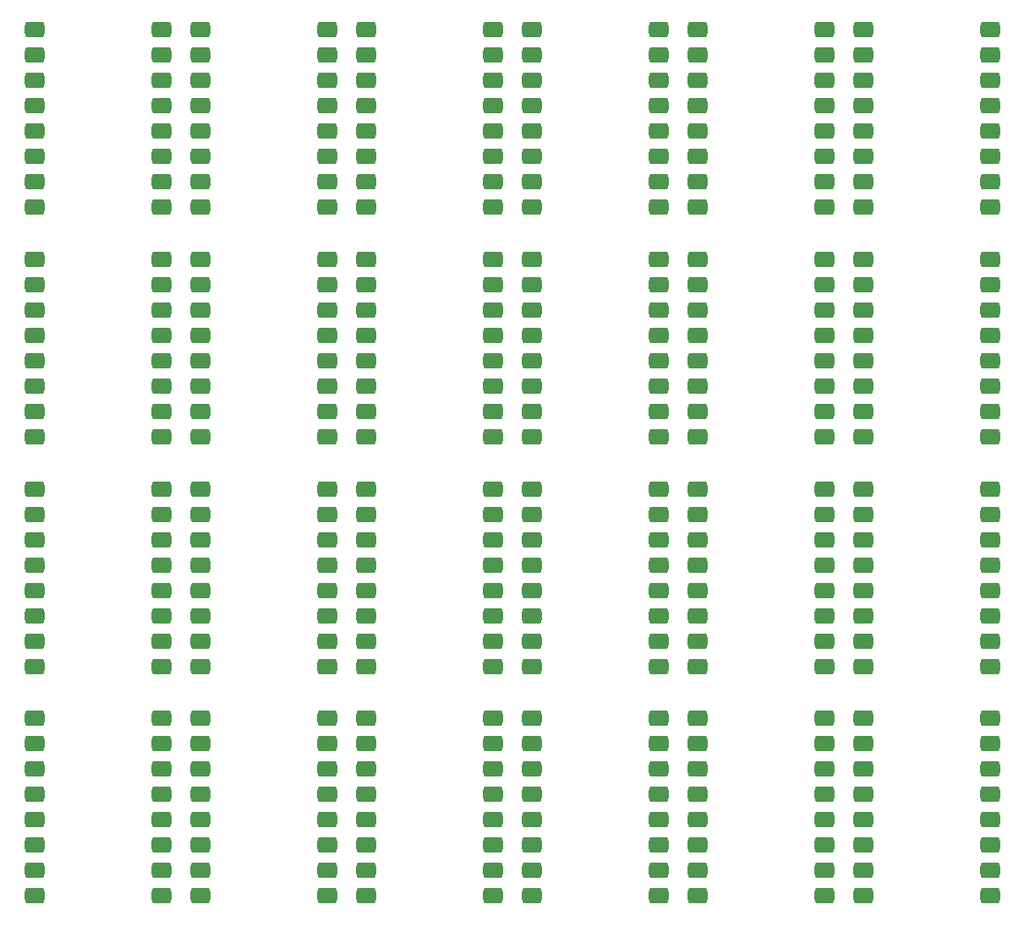
<source format=gbr>
%TF.GenerationSoftware,KiCad,Pcbnew,(6.0.5)*%
%TF.CreationDate,2022-06-29T09:08:07+08:00*%
%TF.ProjectId,TMC2209,544d4332-3230-4392-9e6b-696361645f70,rev?*%
%TF.SameCoordinates,Original*%
%TF.FileFunction,Soldermask,Bot*%
%TF.FilePolarity,Negative*%
%FSLAX46Y46*%
G04 Gerber Fmt 4.6, Leading zero omitted, Abs format (unit mm)*
G04 Created by KiCad (PCBNEW (6.0.5)) date 2022-06-29 09:08:07*
%MOMM*%
%LPD*%
G01*
G04 APERTURE LIST*
G04 Aperture macros list*
%AMRoundRect*
0 Rectangle with rounded corners*
0 $1 Rounding radius*
0 $2 $3 $4 $5 $6 $7 $8 $9 X,Y pos of 4 corners*
0 Add a 4 corners polygon primitive as box body*
4,1,4,$2,$3,$4,$5,$6,$7,$8,$9,$2,$3,0*
0 Add four circle primitives for the rounded corners*
1,1,$1+$1,$2,$3*
1,1,$1+$1,$4,$5*
1,1,$1+$1,$6,$7*
1,1,$1+$1,$8,$9*
0 Add four rect primitives between the rounded corners*
20,1,$1+$1,$2,$3,$4,$5,0*
20,1,$1+$1,$4,$5,$6,$7,0*
20,1,$1+$1,$6,$7,$8,$9,0*
20,1,$1+$1,$8,$9,$2,$3,0*%
G04 Aperture macros list end*
%ADD10RoundRect,0.400000X0.600000X0.400000X-0.600000X0.400000X-0.600000X-0.400000X0.600000X-0.400000X0*%
G04 APERTURE END LIST*
D10*
%TO.C,J48*%
X168090000Y-138850000D03*
X168090000Y-136310000D03*
X168090000Y-133770000D03*
X168090000Y-131230000D03*
X168090000Y-128690000D03*
X168090000Y-126150000D03*
X168090000Y-123610000D03*
X168090000Y-121070000D03*
%TD*%
%TO.C,J47*%
X180790000Y-138850000D03*
X180790000Y-136310000D03*
X180790000Y-133770000D03*
X180790000Y-131230000D03*
X180790000Y-128690000D03*
X180790000Y-126150000D03*
X180790000Y-123610000D03*
X180790000Y-121070000D03*
%TD*%
%TO.C,J46*%
X151490000Y-138850000D03*
X151490000Y-136310000D03*
X151490000Y-133770000D03*
X151490000Y-131230000D03*
X151490000Y-128690000D03*
X151490000Y-126150000D03*
X151490000Y-123610000D03*
X151490000Y-121070000D03*
%TD*%
%TO.C,J45*%
X164190000Y-138850000D03*
X164190000Y-136310000D03*
X164190000Y-133770000D03*
X164190000Y-131230000D03*
X164190000Y-128690000D03*
X164190000Y-126150000D03*
X164190000Y-123610000D03*
X164190000Y-121070000D03*
%TD*%
%TO.C,J44*%
X134890000Y-138850000D03*
X134890000Y-136310000D03*
X134890000Y-133770000D03*
X134890000Y-131230000D03*
X134890000Y-128690000D03*
X134890000Y-126150000D03*
X134890000Y-123610000D03*
X134890000Y-121070000D03*
%TD*%
%TO.C,J43*%
X147590000Y-138850000D03*
X147590000Y-136310000D03*
X147590000Y-133770000D03*
X147590000Y-131230000D03*
X147590000Y-128690000D03*
X147590000Y-126150000D03*
X147590000Y-123610000D03*
X147590000Y-121070000D03*
%TD*%
%TO.C,J42*%
X118290000Y-138850000D03*
X118290000Y-136310000D03*
X118290000Y-133770000D03*
X118290000Y-131230000D03*
X118290000Y-128690000D03*
X118290000Y-126150000D03*
X118290000Y-123610000D03*
X118290000Y-121070000D03*
%TD*%
%TO.C,J41*%
X130990000Y-138850000D03*
X130990000Y-136310000D03*
X130990000Y-133770000D03*
X130990000Y-131230000D03*
X130990000Y-128690000D03*
X130990000Y-126150000D03*
X130990000Y-123610000D03*
X130990000Y-121070000D03*
%TD*%
%TO.C,J40*%
X101690000Y-138850000D03*
X101690000Y-136310000D03*
X101690000Y-133770000D03*
X101690000Y-131230000D03*
X101690000Y-128690000D03*
X101690000Y-126150000D03*
X101690000Y-123610000D03*
X101690000Y-121070000D03*
%TD*%
%TO.C,J39*%
X114390000Y-138850000D03*
X114390000Y-136310000D03*
X114390000Y-133770000D03*
X114390000Y-131230000D03*
X114390000Y-128690000D03*
X114390000Y-126150000D03*
X114390000Y-123610000D03*
X114390000Y-121070000D03*
%TD*%
%TO.C,J38*%
X85090000Y-138850000D03*
X85090000Y-136310000D03*
X85090000Y-133770000D03*
X85090000Y-131230000D03*
X85090000Y-128690000D03*
X85090000Y-126150000D03*
X85090000Y-123610000D03*
X85090000Y-121070000D03*
%TD*%
%TO.C,J37*%
X97790000Y-138850000D03*
X97790000Y-136310000D03*
X97790000Y-133770000D03*
X97790000Y-131230000D03*
X97790000Y-128690000D03*
X97790000Y-126150000D03*
X97790000Y-123610000D03*
X97790000Y-121070000D03*
%TD*%
%TO.C,J36*%
X168090000Y-115850000D03*
X168090000Y-113310000D03*
X168090000Y-110770000D03*
X168090000Y-108230000D03*
X168090000Y-105690000D03*
X168090000Y-103150000D03*
X168090000Y-100610000D03*
X168090000Y-98070000D03*
%TD*%
%TO.C,J35*%
X180790000Y-115850000D03*
X180790000Y-113310000D03*
X180790000Y-110770000D03*
X180790000Y-108230000D03*
X180790000Y-105690000D03*
X180790000Y-103150000D03*
X180790000Y-100610000D03*
X180790000Y-98070000D03*
%TD*%
%TO.C,J34*%
X151490000Y-115850000D03*
X151490000Y-113310000D03*
X151490000Y-110770000D03*
X151490000Y-108230000D03*
X151490000Y-105690000D03*
X151490000Y-103150000D03*
X151490000Y-100610000D03*
X151490000Y-98070000D03*
%TD*%
%TO.C,J33*%
X164190000Y-115850000D03*
X164190000Y-113310000D03*
X164190000Y-110770000D03*
X164190000Y-108230000D03*
X164190000Y-105690000D03*
X164190000Y-103150000D03*
X164190000Y-100610000D03*
X164190000Y-98070000D03*
%TD*%
%TO.C,J32*%
X134890000Y-115850000D03*
X134890000Y-113310000D03*
X134890000Y-110770000D03*
X134890000Y-108230000D03*
X134890000Y-105690000D03*
X134890000Y-103150000D03*
X134890000Y-100610000D03*
X134890000Y-98070000D03*
%TD*%
%TO.C,J31*%
X147590000Y-115850000D03*
X147590000Y-113310000D03*
X147590000Y-110770000D03*
X147590000Y-108230000D03*
X147590000Y-105690000D03*
X147590000Y-103150000D03*
X147590000Y-100610000D03*
X147590000Y-98070000D03*
%TD*%
%TO.C,J30*%
X118290000Y-115850000D03*
X118290000Y-113310000D03*
X118290000Y-110770000D03*
X118290000Y-108230000D03*
X118290000Y-105690000D03*
X118290000Y-103150000D03*
X118290000Y-100610000D03*
X118290000Y-98070000D03*
%TD*%
%TO.C,J29*%
X130990000Y-115850000D03*
X130990000Y-113310000D03*
X130990000Y-110770000D03*
X130990000Y-108230000D03*
X130990000Y-105690000D03*
X130990000Y-103150000D03*
X130990000Y-100610000D03*
X130990000Y-98070000D03*
%TD*%
%TO.C,J28*%
X101690000Y-115850000D03*
X101690000Y-113310000D03*
X101690000Y-110770000D03*
X101690000Y-108230000D03*
X101690000Y-105690000D03*
X101690000Y-103150000D03*
X101690000Y-100610000D03*
X101690000Y-98070000D03*
%TD*%
%TO.C,J27*%
X114390000Y-115850000D03*
X114390000Y-113310000D03*
X114390000Y-110770000D03*
X114390000Y-108230000D03*
X114390000Y-105690000D03*
X114390000Y-103150000D03*
X114390000Y-100610000D03*
X114390000Y-98070000D03*
%TD*%
%TO.C,J26*%
X85090000Y-115850000D03*
X85090000Y-113310000D03*
X85090000Y-110770000D03*
X85090000Y-108230000D03*
X85090000Y-105690000D03*
X85090000Y-103150000D03*
X85090000Y-100610000D03*
X85090000Y-98070000D03*
%TD*%
%TO.C,J25*%
X97790000Y-115850000D03*
X97790000Y-113310000D03*
X97790000Y-110770000D03*
X97790000Y-108230000D03*
X97790000Y-105690000D03*
X97790000Y-103150000D03*
X97790000Y-100610000D03*
X97790000Y-98070000D03*
%TD*%
%TO.C,J24*%
X168090000Y-92850000D03*
X168090000Y-90310000D03*
X168090000Y-87770000D03*
X168090000Y-85230000D03*
X168090000Y-82690000D03*
X168090000Y-80150000D03*
X168090000Y-77610000D03*
X168090000Y-75070000D03*
%TD*%
%TO.C,J23*%
X180790000Y-92850000D03*
X180790000Y-90310000D03*
X180790000Y-87770000D03*
X180790000Y-85230000D03*
X180790000Y-82690000D03*
X180790000Y-80150000D03*
X180790000Y-77610000D03*
X180790000Y-75070000D03*
%TD*%
%TO.C,J22*%
X151490000Y-92850000D03*
X151490000Y-90310000D03*
X151490000Y-87770000D03*
X151490000Y-85230000D03*
X151490000Y-82690000D03*
X151490000Y-80150000D03*
X151490000Y-77610000D03*
X151490000Y-75070000D03*
%TD*%
%TO.C,J21*%
X164190000Y-92850000D03*
X164190000Y-90310000D03*
X164190000Y-87770000D03*
X164190000Y-85230000D03*
X164190000Y-82690000D03*
X164190000Y-80150000D03*
X164190000Y-77610000D03*
X164190000Y-75070000D03*
%TD*%
%TO.C,J20*%
X134890000Y-92850000D03*
X134890000Y-90310000D03*
X134890000Y-87770000D03*
X134890000Y-85230000D03*
X134890000Y-82690000D03*
X134890000Y-80150000D03*
X134890000Y-77610000D03*
X134890000Y-75070000D03*
%TD*%
%TO.C,J19*%
X147590000Y-92850000D03*
X147590000Y-90310000D03*
X147590000Y-87770000D03*
X147590000Y-85230000D03*
X147590000Y-82690000D03*
X147590000Y-80150000D03*
X147590000Y-77610000D03*
X147590000Y-75070000D03*
%TD*%
%TO.C,J18*%
X118290000Y-92850000D03*
X118290000Y-90310000D03*
X118290000Y-87770000D03*
X118290000Y-85230000D03*
X118290000Y-82690000D03*
X118290000Y-80150000D03*
X118290000Y-77610000D03*
X118290000Y-75070000D03*
%TD*%
%TO.C,J17*%
X130990000Y-92850000D03*
X130990000Y-90310000D03*
X130990000Y-87770000D03*
X130990000Y-85230000D03*
X130990000Y-82690000D03*
X130990000Y-80150000D03*
X130990000Y-77610000D03*
X130990000Y-75070000D03*
%TD*%
%TO.C,J16*%
X101690000Y-92850000D03*
X101690000Y-90310000D03*
X101690000Y-87770000D03*
X101690000Y-85230000D03*
X101690000Y-82690000D03*
X101690000Y-80150000D03*
X101690000Y-77610000D03*
X101690000Y-75070000D03*
%TD*%
%TO.C,J15*%
X114390000Y-92850000D03*
X114390000Y-90310000D03*
X114390000Y-87770000D03*
X114390000Y-85230000D03*
X114390000Y-82690000D03*
X114390000Y-80150000D03*
X114390000Y-77610000D03*
X114390000Y-75070000D03*
%TD*%
%TO.C,J14*%
X85090000Y-92850000D03*
X85090000Y-90310000D03*
X85090000Y-87770000D03*
X85090000Y-85230000D03*
X85090000Y-82690000D03*
X85090000Y-80150000D03*
X85090000Y-77610000D03*
X85090000Y-75070000D03*
%TD*%
%TO.C,J13*%
X97790000Y-92850000D03*
X97790000Y-90310000D03*
X97790000Y-87770000D03*
X97790000Y-85230000D03*
X97790000Y-82690000D03*
X97790000Y-80150000D03*
X97790000Y-77610000D03*
X97790000Y-75070000D03*
%TD*%
%TO.C,J12*%
X168090000Y-69850000D03*
X168090000Y-67310000D03*
X168090000Y-64770000D03*
X168090000Y-62230000D03*
X168090000Y-59690000D03*
X168090000Y-57150000D03*
X168090000Y-54610000D03*
X168090000Y-52070000D03*
%TD*%
%TO.C,J11*%
X180790000Y-69850000D03*
X180790000Y-67310000D03*
X180790000Y-64770000D03*
X180790000Y-62230000D03*
X180790000Y-59690000D03*
X180790000Y-57150000D03*
X180790000Y-54610000D03*
X180790000Y-52070000D03*
%TD*%
%TO.C,J10*%
X151490000Y-69850000D03*
X151490000Y-67310000D03*
X151490000Y-64770000D03*
X151490000Y-62230000D03*
X151490000Y-59690000D03*
X151490000Y-57150000D03*
X151490000Y-54610000D03*
X151490000Y-52070000D03*
%TD*%
%TO.C,J9*%
X164190000Y-69850000D03*
X164190000Y-67310000D03*
X164190000Y-64770000D03*
X164190000Y-62230000D03*
X164190000Y-59690000D03*
X164190000Y-57150000D03*
X164190000Y-54610000D03*
X164190000Y-52070000D03*
%TD*%
%TO.C,J8*%
X134890000Y-69850000D03*
X134890000Y-67310000D03*
X134890000Y-64770000D03*
X134890000Y-62230000D03*
X134890000Y-59690000D03*
X134890000Y-57150000D03*
X134890000Y-54610000D03*
X134890000Y-52070000D03*
%TD*%
%TO.C,J7*%
X147590000Y-69850000D03*
X147590000Y-67310000D03*
X147590000Y-64770000D03*
X147590000Y-62230000D03*
X147590000Y-59690000D03*
X147590000Y-57150000D03*
X147590000Y-54610000D03*
X147590000Y-52070000D03*
%TD*%
%TO.C,J6*%
X118290000Y-69850000D03*
X118290000Y-67310000D03*
X118290000Y-64770000D03*
X118290000Y-62230000D03*
X118290000Y-59690000D03*
X118290000Y-57150000D03*
X118290000Y-54610000D03*
X118290000Y-52070000D03*
%TD*%
%TO.C,J5*%
X130990000Y-69850000D03*
X130990000Y-67310000D03*
X130990000Y-64770000D03*
X130990000Y-62230000D03*
X130990000Y-59690000D03*
X130990000Y-57150000D03*
X130990000Y-54610000D03*
X130990000Y-52070000D03*
%TD*%
%TO.C,J4*%
X101690000Y-69850000D03*
X101690000Y-67310000D03*
X101690000Y-64770000D03*
X101690000Y-62230000D03*
X101690000Y-59690000D03*
X101690000Y-57150000D03*
X101690000Y-54610000D03*
X101690000Y-52070000D03*
%TD*%
%TO.C,J3*%
X114390000Y-69850000D03*
X114390000Y-67310000D03*
X114390000Y-64770000D03*
X114390000Y-62230000D03*
X114390000Y-59690000D03*
X114390000Y-57150000D03*
X114390000Y-54610000D03*
X114390000Y-52070000D03*
%TD*%
%TO.C,J1*%
X97790000Y-69850000D03*
X97790000Y-67310000D03*
X97790000Y-64770000D03*
X97790000Y-62230000D03*
X97790000Y-59690000D03*
X97790000Y-57150000D03*
X97790000Y-54610000D03*
X97790000Y-52070000D03*
%TD*%
%TO.C,J2*%
X85090000Y-69850000D03*
X85090000Y-67310000D03*
X85090000Y-64770000D03*
X85090000Y-62230000D03*
X85090000Y-59690000D03*
X85090000Y-57150000D03*
X85090000Y-54610000D03*
X85090000Y-52070000D03*
%TD*%
M02*

</source>
